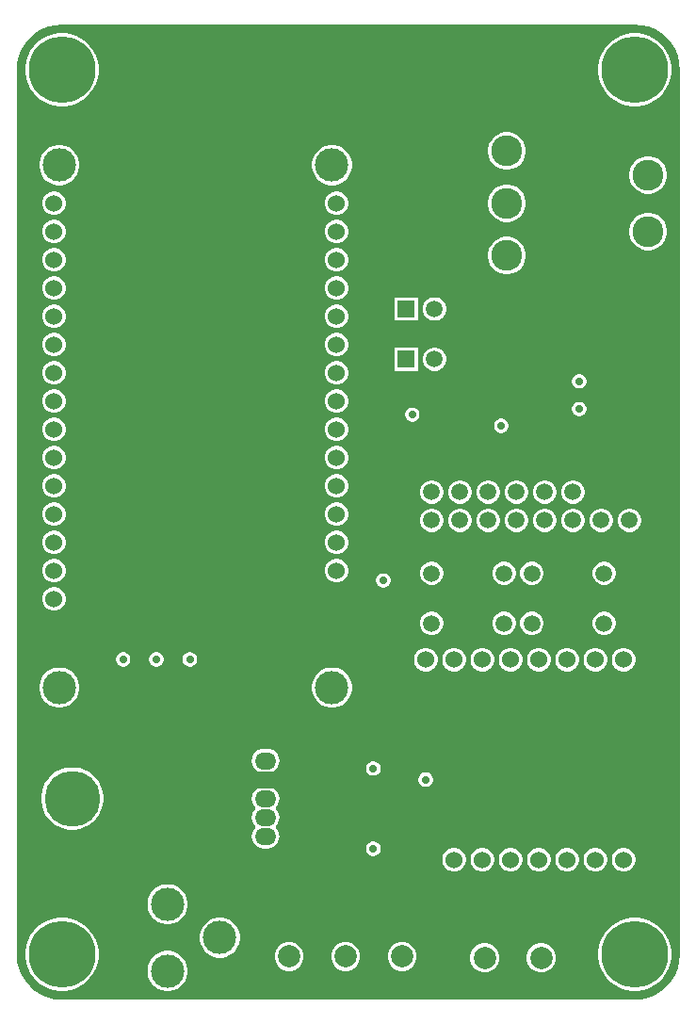
<source format=gbr>
%TF.GenerationSoftware,Altium Limited,Altium Designer,25.2.1 (25)*%
G04 Layer_Physical_Order=3*
G04 Layer_Color=16440176*
%FSLAX43Y43*%
%MOMM*%
%TF.SameCoordinates,B664DB7D-B6DB-4AC9-9DB7-209C64ECDA10*%
%TF.FilePolarity,Positive*%
%TF.FileFunction,Copper,L3,Inr,Signal*%
%TF.Part,Single*%
G01*
G75*
%TA.AperFunction,ComponentPad*%
%ADD15C,1.500*%
%ADD16R,1.500X1.500*%
%ADD17C,3.000*%
%ADD18C,1.524*%
%ADD19C,2.775*%
%ADD20C,2.000*%
%ADD21C,5.000*%
%ADD22O,1.900X1.550*%
%ADD23O,2.000X1.580*%
%ADD24C,6.000*%
%TA.AperFunction,ViaPad*%
%ADD25C,0.700*%
G36*
X56637Y88023D02*
X57259Y87874D01*
X57849Y87629D01*
X58394Y87295D01*
X58880Y86880D01*
X59295Y86394D01*
X59629Y85849D01*
X59874Y85259D01*
X60023Y84637D01*
X60071Y84030D01*
X60065Y84000D01*
Y4500D01*
X60071Y4470D01*
X60023Y3863D01*
X59874Y3241D01*
X59629Y2651D01*
X59295Y2106D01*
X58880Y1620D01*
X58394Y1205D01*
X57849Y871D01*
X57259Y626D01*
X56637Y477D01*
X56030Y429D01*
X56000Y435D01*
X4500D01*
X4470Y429D01*
X3863Y477D01*
X3241Y626D01*
X2651Y871D01*
X2106Y1205D01*
X1620Y1620D01*
X1205Y2106D01*
X871Y2651D01*
X626Y3241D01*
X477Y3863D01*
X429Y4470D01*
X435Y4500D01*
Y84000D01*
X429Y84030D01*
X477Y84637D01*
X626Y85259D01*
X871Y85849D01*
X1205Y86394D01*
X1620Y86880D01*
X2106Y87295D01*
X2651Y87629D01*
X3241Y87874D01*
X3863Y88023D01*
X4470Y88071D01*
X4500Y88065D01*
X56000D01*
X56030Y88071D01*
X56637Y88023D01*
D02*
G37*
%LPC*%
G36*
X56260Y87300D02*
X55740D01*
X55227Y87219D01*
X54733Y87058D01*
X54270Y86822D01*
X53850Y86517D01*
X53483Y86150D01*
X53178Y85730D01*
X52942Y85267D01*
X52781Y84773D01*
X52700Y84260D01*
Y83740D01*
X52781Y83227D01*
X52942Y82733D01*
X53178Y82270D01*
X53483Y81850D01*
X53850Y81483D01*
X54270Y81178D01*
X54733Y80942D01*
X55227Y80781D01*
X55740Y80700D01*
X56260D01*
X56773Y80781D01*
X57267Y80942D01*
X57730Y81178D01*
X58150Y81483D01*
X58517Y81850D01*
X58822Y82270D01*
X59058Y82733D01*
X59219Y83227D01*
X59300Y83740D01*
Y84260D01*
X59219Y84773D01*
X59058Y85267D01*
X58822Y85730D01*
X58517Y86150D01*
X58150Y86517D01*
X57730Y86822D01*
X57267Y87058D01*
X56773Y87219D01*
X56260Y87300D01*
D02*
G37*
G36*
X4760D02*
X4240D01*
X3727Y87219D01*
X3233Y87058D01*
X2770Y86822D01*
X2350Y86517D01*
X1983Y86150D01*
X1678Y85730D01*
X1442Y85267D01*
X1281Y84773D01*
X1200Y84260D01*
Y83740D01*
X1281Y83227D01*
X1442Y82733D01*
X1678Y82270D01*
X1983Y81850D01*
X2350Y81483D01*
X2770Y81178D01*
X3233Y80942D01*
X3727Y80781D01*
X4240Y80700D01*
X4760D01*
X5273Y80781D01*
X5767Y80942D01*
X6230Y81178D01*
X6650Y81483D01*
X7017Y81850D01*
X7322Y82270D01*
X7558Y82733D01*
X7719Y83227D01*
X7800Y83740D01*
Y84260D01*
X7719Y84773D01*
X7558Y85267D01*
X7322Y85730D01*
X7017Y86150D01*
X6650Y86517D01*
X6230Y86822D01*
X5767Y87058D01*
X5273Y87219D01*
X4760Y87300D01*
D02*
G37*
G36*
X44666Y78387D02*
X44334D01*
X44008Y78323D01*
X43701Y78195D01*
X43424Y78011D01*
X43189Y77776D01*
X43005Y77499D01*
X42877Y77192D01*
X42812Y76866D01*
Y76534D01*
X42877Y76208D01*
X43005Y75901D01*
X43189Y75624D01*
X43424Y75389D01*
X43701Y75205D01*
X44008Y75077D01*
X44334Y75012D01*
X44666D01*
X44992Y75077D01*
X45299Y75205D01*
X45576Y75389D01*
X45811Y75624D01*
X45995Y75901D01*
X46123Y76208D01*
X46188Y76534D01*
Y76866D01*
X46123Y77192D01*
X45995Y77499D01*
X45811Y77776D01*
X45576Y78011D01*
X45299Y78195D01*
X44992Y78323D01*
X44666Y78387D01*
D02*
G37*
G36*
X28957Y77230D02*
X28603D01*
X28255Y77161D01*
X27927Y77025D01*
X27633Y76828D01*
X27382Y76577D01*
X27185Y76283D01*
X27049Y75955D01*
X26980Y75607D01*
Y75253D01*
X27049Y74905D01*
X27185Y74577D01*
X27382Y74283D01*
X27633Y74032D01*
X27927Y73835D01*
X28255Y73699D01*
X28603Y73630D01*
X28957D01*
X29305Y73699D01*
X29633Y73835D01*
X29927Y74032D01*
X30178Y74283D01*
X30375Y74577D01*
X30511Y74905D01*
X30580Y75253D01*
Y75607D01*
X30511Y75955D01*
X30375Y76283D01*
X30178Y76577D01*
X29927Y76828D01*
X29633Y77025D01*
X29305Y77161D01*
X28957Y77230D01*
D02*
G37*
G36*
X4447D02*
X4093D01*
X3745Y77161D01*
X3417Y77025D01*
X3123Y76828D01*
X2872Y76577D01*
X2675Y76283D01*
X2539Y75955D01*
X2470Y75607D01*
Y75253D01*
X2539Y74905D01*
X2675Y74577D01*
X2872Y74283D01*
X3123Y74032D01*
X3417Y73835D01*
X3745Y73699D01*
X4093Y73630D01*
X4447D01*
X4795Y73699D01*
X5123Y73835D01*
X5417Y74032D01*
X5668Y74283D01*
X5865Y74577D01*
X6001Y74905D01*
X6070Y75253D01*
Y75607D01*
X6001Y75955D01*
X5865Y76283D01*
X5668Y76577D01*
X5417Y76828D01*
X5123Y77025D01*
X4795Y77161D01*
X4447Y77230D01*
D02*
G37*
G36*
X57366Y76228D02*
X57034D01*
X56708Y76163D01*
X56401Y76035D01*
X56124Y75851D01*
X55889Y75616D01*
X55705Y75339D01*
X55577Y75032D01*
X55513Y74706D01*
Y74374D01*
X55577Y74048D01*
X55705Y73741D01*
X55889Y73464D01*
X56124Y73229D01*
X56401Y73045D01*
X56708Y72917D01*
X57034Y72853D01*
X57366D01*
X57692Y72917D01*
X57999Y73045D01*
X58276Y73229D01*
X58511Y73464D01*
X58695Y73741D01*
X58823Y74048D01*
X58888Y74374D01*
Y74706D01*
X58823Y75032D01*
X58695Y75339D01*
X58511Y75616D01*
X58276Y75851D01*
X57999Y76035D01*
X57692Y76163D01*
X57366Y76228D01*
D02*
G37*
G36*
X29340Y73062D02*
X29060D01*
X28790Y72990D01*
X28548Y72850D01*
X28350Y72652D01*
X28210Y72410D01*
X28138Y72140D01*
Y71860D01*
X28210Y71590D01*
X28350Y71348D01*
X28548Y71150D01*
X28790Y71010D01*
X29060Y70938D01*
X29340D01*
X29610Y71010D01*
X29852Y71150D01*
X30050Y71348D01*
X30190Y71590D01*
X30262Y71860D01*
Y72140D01*
X30190Y72410D01*
X30050Y72652D01*
X29852Y72850D01*
X29610Y72990D01*
X29340Y73062D01*
D02*
G37*
G36*
X3940D02*
X3660D01*
X3390Y72990D01*
X3148Y72850D01*
X2950Y72652D01*
X2810Y72410D01*
X2738Y72140D01*
Y71860D01*
X2810Y71590D01*
X2950Y71348D01*
X3148Y71150D01*
X3390Y71010D01*
X3660Y70938D01*
X3940D01*
X4210Y71010D01*
X4452Y71150D01*
X4650Y71348D01*
X4790Y71590D01*
X4862Y71860D01*
Y72140D01*
X4790Y72410D01*
X4650Y72652D01*
X4452Y72850D01*
X4210Y72990D01*
X3940Y73062D01*
D02*
G37*
G36*
X44666Y73688D02*
X44334D01*
X44008Y73623D01*
X43701Y73495D01*
X43424Y73311D01*
X43189Y73076D01*
X43005Y72799D01*
X42877Y72492D01*
X42812Y72166D01*
Y71834D01*
X42877Y71508D01*
X43005Y71201D01*
X43189Y70924D01*
X43424Y70689D01*
X43701Y70505D01*
X44008Y70377D01*
X44334Y70312D01*
X44666D01*
X44992Y70377D01*
X45299Y70505D01*
X45576Y70689D01*
X45811Y70924D01*
X45995Y71201D01*
X46123Y71508D01*
X46188Y71834D01*
Y72166D01*
X46123Y72492D01*
X45995Y72799D01*
X45811Y73076D01*
X45576Y73311D01*
X45299Y73495D01*
X44992Y73623D01*
X44666Y73688D01*
D02*
G37*
G36*
X29340Y70522D02*
X29060D01*
X28790Y70450D01*
X28548Y70310D01*
X28350Y70112D01*
X28210Y69870D01*
X28138Y69600D01*
Y69320D01*
X28210Y69050D01*
X28350Y68808D01*
X28548Y68610D01*
X28790Y68470D01*
X29060Y68398D01*
X29340D01*
X29610Y68470D01*
X29852Y68610D01*
X30050Y68808D01*
X30190Y69050D01*
X30262Y69320D01*
Y69600D01*
X30190Y69870D01*
X30050Y70112D01*
X29852Y70310D01*
X29610Y70450D01*
X29340Y70522D01*
D02*
G37*
G36*
X3940D02*
X3660D01*
X3390Y70450D01*
X3148Y70310D01*
X2950Y70112D01*
X2810Y69870D01*
X2738Y69600D01*
Y69320D01*
X2810Y69050D01*
X2950Y68808D01*
X3148Y68610D01*
X3390Y68470D01*
X3660Y68398D01*
X3940D01*
X4210Y68470D01*
X4452Y68610D01*
X4650Y68808D01*
X4790Y69050D01*
X4862Y69320D01*
Y69600D01*
X4790Y69870D01*
X4650Y70112D01*
X4452Y70310D01*
X4210Y70450D01*
X3940Y70522D01*
D02*
G37*
G36*
X57366Y71147D02*
X57034D01*
X56708Y71083D01*
X56401Y70955D01*
X56124Y70771D01*
X55889Y70536D01*
X55705Y70259D01*
X55577Y69952D01*
X55513Y69626D01*
Y69294D01*
X55577Y68968D01*
X55705Y68661D01*
X55889Y68384D01*
X56124Y68149D01*
X56401Y67965D01*
X56708Y67837D01*
X57034Y67772D01*
X57366D01*
X57692Y67837D01*
X57999Y67965D01*
X58276Y68149D01*
X58511Y68384D01*
X58695Y68661D01*
X58823Y68968D01*
X58888Y69294D01*
Y69626D01*
X58823Y69952D01*
X58695Y70259D01*
X58511Y70536D01*
X58276Y70771D01*
X57999Y70955D01*
X57692Y71083D01*
X57366Y71147D01*
D02*
G37*
G36*
X29340Y67982D02*
X29060D01*
X28790Y67910D01*
X28548Y67770D01*
X28350Y67572D01*
X28210Y67330D01*
X28138Y67060D01*
Y66780D01*
X28210Y66510D01*
X28350Y66268D01*
X28548Y66070D01*
X28790Y65930D01*
X29060Y65858D01*
X29340D01*
X29610Y65930D01*
X29852Y66070D01*
X30050Y66268D01*
X30190Y66510D01*
X30262Y66780D01*
Y67060D01*
X30190Y67330D01*
X30050Y67572D01*
X29852Y67770D01*
X29610Y67910D01*
X29340Y67982D01*
D02*
G37*
G36*
X3940D02*
X3660D01*
X3390Y67910D01*
X3148Y67770D01*
X2950Y67572D01*
X2810Y67330D01*
X2738Y67060D01*
Y66780D01*
X2810Y66510D01*
X2950Y66268D01*
X3148Y66070D01*
X3390Y65930D01*
X3660Y65858D01*
X3940D01*
X4210Y65930D01*
X4452Y66070D01*
X4650Y66268D01*
X4790Y66510D01*
X4862Y66780D01*
Y67060D01*
X4790Y67330D01*
X4650Y67572D01*
X4452Y67770D01*
X4210Y67910D01*
X3940Y67982D01*
D02*
G37*
G36*
X44666Y68988D02*
X44334D01*
X44008Y68923D01*
X43701Y68795D01*
X43424Y68611D01*
X43189Y68376D01*
X43005Y68099D01*
X42877Y67792D01*
X42812Y67466D01*
Y67134D01*
X42877Y66808D01*
X43005Y66501D01*
X43189Y66224D01*
X43424Y65989D01*
X43701Y65805D01*
X44008Y65677D01*
X44334Y65613D01*
X44666D01*
X44992Y65677D01*
X45299Y65805D01*
X45576Y65989D01*
X45811Y66224D01*
X45995Y66501D01*
X46123Y66808D01*
X46188Y67134D01*
Y67466D01*
X46123Y67792D01*
X45995Y68099D01*
X45811Y68376D01*
X45576Y68611D01*
X45299Y68795D01*
X44992Y68923D01*
X44666Y68988D01*
D02*
G37*
G36*
X29340Y65442D02*
X29060D01*
X28790Y65370D01*
X28548Y65230D01*
X28350Y65032D01*
X28210Y64790D01*
X28138Y64520D01*
Y64240D01*
X28210Y63970D01*
X28350Y63728D01*
X28548Y63530D01*
X28790Y63390D01*
X29060Y63318D01*
X29340D01*
X29610Y63390D01*
X29852Y63530D01*
X30050Y63728D01*
X30190Y63970D01*
X30262Y64240D01*
Y64520D01*
X30190Y64790D01*
X30050Y65032D01*
X29852Y65230D01*
X29610Y65370D01*
X29340Y65442D01*
D02*
G37*
G36*
X3940D02*
X3660D01*
X3390Y65370D01*
X3148Y65230D01*
X2950Y65032D01*
X2810Y64790D01*
X2738Y64520D01*
Y64240D01*
X2810Y63970D01*
X2950Y63728D01*
X3148Y63530D01*
X3390Y63390D01*
X3660Y63318D01*
X3940D01*
X4210Y63390D01*
X4452Y63530D01*
X4650Y63728D01*
X4790Y63970D01*
X4862Y64240D01*
Y64520D01*
X4790Y64790D01*
X4650Y65032D01*
X4452Y65230D01*
X4210Y65370D01*
X3940Y65442D01*
D02*
G37*
G36*
X38138Y63550D02*
X37862D01*
X37595Y63478D01*
X37355Y63340D01*
X37160Y63145D01*
X37022Y62905D01*
X36950Y62638D01*
Y62362D01*
X37022Y62095D01*
X37160Y61855D01*
X37355Y61660D01*
X37595Y61522D01*
X37862Y61450D01*
X38138D01*
X38405Y61522D01*
X38645Y61660D01*
X38840Y61855D01*
X38978Y62095D01*
X39050Y62362D01*
Y62638D01*
X38978Y62905D01*
X38840Y63145D01*
X38645Y63340D01*
X38405Y63478D01*
X38138Y63550D01*
D02*
G37*
G36*
X36510D02*
X34410D01*
Y61450D01*
X36510D01*
Y63550D01*
D02*
G37*
G36*
X29340Y62902D02*
X29060D01*
X28790Y62830D01*
X28548Y62690D01*
X28350Y62492D01*
X28210Y62250D01*
X28138Y61980D01*
Y61700D01*
X28210Y61430D01*
X28350Y61188D01*
X28548Y60990D01*
X28790Y60850D01*
X29060Y60778D01*
X29340D01*
X29610Y60850D01*
X29852Y60990D01*
X30050Y61188D01*
X30190Y61430D01*
X30262Y61700D01*
Y61980D01*
X30190Y62250D01*
X30050Y62492D01*
X29852Y62690D01*
X29610Y62830D01*
X29340Y62902D01*
D02*
G37*
G36*
X3940D02*
X3660D01*
X3390Y62830D01*
X3148Y62690D01*
X2950Y62492D01*
X2810Y62250D01*
X2738Y61980D01*
Y61700D01*
X2810Y61430D01*
X2950Y61188D01*
X3148Y60990D01*
X3390Y60850D01*
X3660Y60778D01*
X3940D01*
X4210Y60850D01*
X4452Y60990D01*
X4650Y61188D01*
X4790Y61430D01*
X4862Y61700D01*
Y61980D01*
X4790Y62250D01*
X4650Y62492D01*
X4452Y62690D01*
X4210Y62830D01*
X3940Y62902D01*
D02*
G37*
G36*
X29340Y60362D02*
X29060D01*
X28790Y60290D01*
X28548Y60150D01*
X28350Y59952D01*
X28210Y59710D01*
X28138Y59440D01*
Y59160D01*
X28210Y58890D01*
X28350Y58648D01*
X28548Y58450D01*
X28790Y58310D01*
X29060Y58238D01*
X29340D01*
X29610Y58310D01*
X29852Y58450D01*
X30050Y58648D01*
X30190Y58890D01*
X30262Y59160D01*
Y59440D01*
X30190Y59710D01*
X30050Y59952D01*
X29852Y60150D01*
X29610Y60290D01*
X29340Y60362D01*
D02*
G37*
G36*
X3940D02*
X3660D01*
X3390Y60290D01*
X3148Y60150D01*
X2950Y59952D01*
X2810Y59710D01*
X2738Y59440D01*
Y59160D01*
X2810Y58890D01*
X2950Y58648D01*
X3148Y58450D01*
X3390Y58310D01*
X3660Y58238D01*
X3940D01*
X4210Y58310D01*
X4452Y58450D01*
X4650Y58648D01*
X4790Y58890D01*
X4862Y59160D01*
Y59440D01*
X4790Y59710D01*
X4650Y59952D01*
X4452Y60150D01*
X4210Y60290D01*
X3940Y60362D01*
D02*
G37*
G36*
X38138Y59050D02*
X37862D01*
X37595Y58978D01*
X37355Y58840D01*
X37160Y58645D01*
X37022Y58405D01*
X36950Y58138D01*
Y57862D01*
X37022Y57595D01*
X37160Y57355D01*
X37355Y57160D01*
X37595Y57022D01*
X37862Y56950D01*
X38138D01*
X38405Y57022D01*
X38645Y57160D01*
X38840Y57355D01*
X38978Y57595D01*
X39050Y57862D01*
Y58138D01*
X38978Y58405D01*
X38840Y58645D01*
X38645Y58840D01*
X38405Y58978D01*
X38138Y59050D01*
D02*
G37*
G36*
X36510D02*
X34410D01*
Y56950D01*
X36510D01*
Y59050D01*
D02*
G37*
G36*
X29340Y57822D02*
X29060D01*
X28790Y57750D01*
X28548Y57610D01*
X28350Y57412D01*
X28210Y57170D01*
X28138Y56900D01*
Y56620D01*
X28210Y56350D01*
X28350Y56108D01*
X28548Y55910D01*
X28790Y55770D01*
X29060Y55698D01*
X29340D01*
X29610Y55770D01*
X29852Y55910D01*
X30050Y56108D01*
X30190Y56350D01*
X30262Y56620D01*
Y56900D01*
X30190Y57170D01*
X30050Y57412D01*
X29852Y57610D01*
X29610Y57750D01*
X29340Y57822D01*
D02*
G37*
G36*
X3940D02*
X3660D01*
X3390Y57750D01*
X3148Y57610D01*
X2950Y57412D01*
X2810Y57170D01*
X2738Y56900D01*
Y56620D01*
X2810Y56350D01*
X2950Y56108D01*
X3148Y55910D01*
X3390Y55770D01*
X3660Y55698D01*
X3940D01*
X4210Y55770D01*
X4452Y55910D01*
X4650Y56108D01*
X4790Y56350D01*
X4862Y56620D01*
Y56900D01*
X4790Y57170D01*
X4650Y57412D01*
X4452Y57610D01*
X4210Y57750D01*
X3940Y57822D01*
D02*
G37*
G36*
X51086Y56650D02*
X50914D01*
X50749Y56606D01*
X50601Y56520D01*
X50480Y56399D01*
X50394Y56251D01*
X50350Y56086D01*
Y55914D01*
X50394Y55749D01*
X50480Y55601D01*
X50601Y55480D01*
X50749Y55394D01*
X50914Y55350D01*
X51086D01*
X51251Y55394D01*
X51399Y55480D01*
X51520Y55601D01*
X51606Y55749D01*
X51650Y55914D01*
Y56086D01*
X51606Y56251D01*
X51520Y56399D01*
X51399Y56520D01*
X51251Y56606D01*
X51086Y56650D01*
D02*
G37*
G36*
X29340Y55282D02*
X29060D01*
X28790Y55210D01*
X28548Y55070D01*
X28350Y54872D01*
X28210Y54630D01*
X28138Y54360D01*
Y54080D01*
X28210Y53810D01*
X28350Y53568D01*
X28548Y53370D01*
X28790Y53230D01*
X29060Y53158D01*
X29340D01*
X29610Y53230D01*
X29852Y53370D01*
X30050Y53568D01*
X30190Y53810D01*
X30262Y54080D01*
Y54360D01*
X30190Y54630D01*
X30050Y54872D01*
X29852Y55070D01*
X29610Y55210D01*
X29340Y55282D01*
D02*
G37*
G36*
X3940D02*
X3660D01*
X3390Y55210D01*
X3148Y55070D01*
X2950Y54872D01*
X2810Y54630D01*
X2738Y54360D01*
Y54080D01*
X2810Y53810D01*
X2950Y53568D01*
X3148Y53370D01*
X3390Y53230D01*
X3660Y53158D01*
X3940D01*
X4210Y53230D01*
X4452Y53370D01*
X4650Y53568D01*
X4790Y53810D01*
X4862Y54080D01*
Y54360D01*
X4790Y54630D01*
X4650Y54872D01*
X4452Y55070D01*
X4210Y55210D01*
X3940Y55282D01*
D02*
G37*
G36*
X51086Y54150D02*
X50914D01*
X50749Y54106D01*
X50601Y54020D01*
X50480Y53899D01*
X50394Y53751D01*
X50350Y53586D01*
Y53414D01*
X50394Y53249D01*
X50480Y53101D01*
X50601Y52980D01*
X50749Y52894D01*
X50914Y52850D01*
X51086D01*
X51251Y52894D01*
X51399Y52980D01*
X51520Y53101D01*
X51606Y53249D01*
X51650Y53414D01*
Y53586D01*
X51606Y53751D01*
X51520Y53899D01*
X51399Y54020D01*
X51251Y54106D01*
X51086Y54150D01*
D02*
G37*
G36*
X36086Y53650D02*
X35914D01*
X35749Y53606D01*
X35601Y53520D01*
X35480Y53399D01*
X35394Y53251D01*
X35350Y53086D01*
Y52914D01*
X35394Y52749D01*
X35480Y52601D01*
X35601Y52480D01*
X35749Y52394D01*
X35914Y52350D01*
X36086D01*
X36251Y52394D01*
X36399Y52480D01*
X36520Y52601D01*
X36606Y52749D01*
X36650Y52914D01*
Y53086D01*
X36606Y53251D01*
X36520Y53399D01*
X36399Y53520D01*
X36251Y53606D01*
X36086Y53650D01*
D02*
G37*
G36*
X44086Y52650D02*
X43914D01*
X43749Y52606D01*
X43601Y52520D01*
X43480Y52399D01*
X43394Y52251D01*
X43350Y52086D01*
Y51914D01*
X43394Y51749D01*
X43480Y51601D01*
X43601Y51480D01*
X43749Y51394D01*
X43914Y51350D01*
X44086D01*
X44251Y51394D01*
X44399Y51480D01*
X44520Y51601D01*
X44606Y51749D01*
X44650Y51914D01*
Y52086D01*
X44606Y52251D01*
X44520Y52399D01*
X44399Y52520D01*
X44251Y52606D01*
X44086Y52650D01*
D02*
G37*
G36*
X29340Y52742D02*
X29060D01*
X28790Y52670D01*
X28548Y52530D01*
X28350Y52332D01*
X28210Y52090D01*
X28138Y51820D01*
Y51540D01*
X28210Y51270D01*
X28350Y51028D01*
X28548Y50830D01*
X28790Y50690D01*
X29060Y50618D01*
X29340D01*
X29610Y50690D01*
X29852Y50830D01*
X30050Y51028D01*
X30190Y51270D01*
X30262Y51540D01*
Y51820D01*
X30190Y52090D01*
X30050Y52332D01*
X29852Y52530D01*
X29610Y52670D01*
X29340Y52742D01*
D02*
G37*
G36*
X3940D02*
X3660D01*
X3390Y52670D01*
X3148Y52530D01*
X2950Y52332D01*
X2810Y52090D01*
X2738Y51820D01*
Y51540D01*
X2810Y51270D01*
X2950Y51028D01*
X3148Y50830D01*
X3390Y50690D01*
X3660Y50618D01*
X3940D01*
X4210Y50690D01*
X4452Y50830D01*
X4650Y51028D01*
X4790Y51270D01*
X4862Y51540D01*
Y51820D01*
X4790Y52090D01*
X4650Y52332D01*
X4452Y52530D01*
X4210Y52670D01*
X3940Y52742D01*
D02*
G37*
G36*
X29340Y50202D02*
X29060D01*
X28790Y50130D01*
X28548Y49990D01*
X28350Y49792D01*
X28210Y49550D01*
X28138Y49280D01*
Y49000D01*
X28210Y48730D01*
X28350Y48488D01*
X28548Y48290D01*
X28790Y48150D01*
X29060Y48078D01*
X29340D01*
X29610Y48150D01*
X29852Y48290D01*
X30050Y48488D01*
X30190Y48730D01*
X30262Y49000D01*
Y49280D01*
X30190Y49550D01*
X30050Y49792D01*
X29852Y49990D01*
X29610Y50130D01*
X29340Y50202D01*
D02*
G37*
G36*
X3940D02*
X3660D01*
X3390Y50130D01*
X3148Y49990D01*
X2950Y49792D01*
X2810Y49550D01*
X2738Y49280D01*
Y49000D01*
X2810Y48730D01*
X2950Y48488D01*
X3148Y48290D01*
X3390Y48150D01*
X3660Y48078D01*
X3940D01*
X4210Y48150D01*
X4452Y48290D01*
X4650Y48488D01*
X4790Y48730D01*
X4862Y49000D01*
Y49280D01*
X4790Y49550D01*
X4650Y49792D01*
X4452Y49990D01*
X4210Y50130D01*
X3940Y50202D01*
D02*
G37*
G36*
X29340Y47662D02*
X29060D01*
X28790Y47590D01*
X28548Y47450D01*
X28350Y47252D01*
X28210Y47010D01*
X28138Y46740D01*
Y46460D01*
X28210Y46190D01*
X28350Y45948D01*
X28548Y45750D01*
X28790Y45610D01*
X29060Y45538D01*
X29340D01*
X29610Y45610D01*
X29852Y45750D01*
X30050Y45948D01*
X30190Y46190D01*
X30262Y46460D01*
Y46740D01*
X30190Y47010D01*
X30050Y47252D01*
X29852Y47450D01*
X29610Y47590D01*
X29340Y47662D01*
D02*
G37*
G36*
X3940D02*
X3660D01*
X3390Y47590D01*
X3148Y47450D01*
X2950Y47252D01*
X2810Y47010D01*
X2738Y46740D01*
Y46460D01*
X2810Y46190D01*
X2950Y45948D01*
X3148Y45750D01*
X3390Y45610D01*
X3660Y45538D01*
X3940D01*
X4210Y45610D01*
X4452Y45750D01*
X4650Y45948D01*
X4790Y46190D01*
X4862Y46460D01*
Y46740D01*
X4790Y47010D01*
X4650Y47252D01*
X4452Y47450D01*
X4210Y47590D01*
X3940Y47662D01*
D02*
G37*
G36*
X45508Y47090D02*
X45232D01*
X44965Y47019D01*
X44725Y46880D01*
X44530Y46685D01*
X44392Y46445D01*
X44320Y46178D01*
Y45902D01*
X44392Y45635D01*
X44530Y45395D01*
X44725Y45200D01*
X44965Y45062D01*
X45232Y44990D01*
X45508D01*
X45775Y45062D01*
X46015Y45200D01*
X46210Y45395D01*
X46348Y45635D01*
X46420Y45902D01*
Y46178D01*
X46348Y46445D01*
X46210Y46685D01*
X46015Y46880D01*
X45775Y47019D01*
X45508Y47090D01*
D02*
G37*
G36*
X48048Y47090D02*
X47772D01*
X47505Y47018D01*
X47265Y46880D01*
X47070Y46685D01*
X46932Y46445D01*
X46860Y46178D01*
Y45902D01*
X46932Y45635D01*
X47070Y45395D01*
X47265Y45200D01*
X47505Y45062D01*
X47772Y44990D01*
X48048D01*
X48315Y45062D01*
X48555Y45200D01*
X48750Y45395D01*
X48888Y45635D01*
X48960Y45902D01*
Y46178D01*
X48888Y46445D01*
X48750Y46685D01*
X48555Y46880D01*
X48315Y47018D01*
X48048Y47090D01*
D02*
G37*
G36*
X42968D02*
X42692D01*
X42425Y47018D01*
X42185Y46880D01*
X41990Y46685D01*
X41852Y46445D01*
X41780Y46178D01*
Y45902D01*
X41852Y45635D01*
X41990Y45395D01*
X42185Y45200D01*
X42425Y45062D01*
X42692Y44990D01*
X42968D01*
X43235Y45062D01*
X43475Y45200D01*
X43670Y45395D01*
X43808Y45635D01*
X43880Y45902D01*
Y46178D01*
X43808Y46445D01*
X43670Y46685D01*
X43475Y46880D01*
X43235Y47018D01*
X42968Y47090D01*
D02*
G37*
G36*
X40428D02*
X40152D01*
X39885Y47018D01*
X39645Y46880D01*
X39450Y46685D01*
X39312Y46445D01*
X39240Y46178D01*
Y45902D01*
X39312Y45635D01*
X39450Y45395D01*
X39645Y45200D01*
X39885Y45062D01*
X40152Y44990D01*
X40428D01*
X40695Y45062D01*
X40935Y45200D01*
X41130Y45395D01*
X41268Y45635D01*
X41340Y45902D01*
Y46178D01*
X41268Y46445D01*
X41130Y46685D01*
X40935Y46880D01*
X40695Y47018D01*
X40428Y47090D01*
D02*
G37*
G36*
X37888D02*
X37612D01*
X37345Y47018D01*
X37105Y46880D01*
X36910Y46685D01*
X36772Y46445D01*
X36700Y46178D01*
Y45902D01*
X36772Y45635D01*
X36910Y45395D01*
X37105Y45200D01*
X37345Y45062D01*
X37612Y44990D01*
X37888D01*
X38155Y45062D01*
X38395Y45200D01*
X38590Y45395D01*
X38728Y45635D01*
X38800Y45902D01*
Y46178D01*
X38728Y46445D01*
X38590Y46685D01*
X38395Y46880D01*
X38155Y47018D01*
X37888Y47090D01*
D02*
G37*
G36*
X50588Y47090D02*
X50312D01*
X50045Y47018D01*
X49805Y46880D01*
X49610Y46685D01*
X49472Y46445D01*
X49400Y46178D01*
Y45902D01*
X49472Y45635D01*
X49610Y45395D01*
X49805Y45200D01*
X50045Y45061D01*
X50312Y44990D01*
X50588D01*
X50855Y45061D01*
X51095Y45200D01*
X51290Y45395D01*
X51428Y45635D01*
X51500Y45902D01*
Y46178D01*
X51428Y46445D01*
X51290Y46685D01*
X51095Y46880D01*
X50855Y47018D01*
X50588Y47090D01*
D02*
G37*
G36*
X29340Y45122D02*
X29060D01*
X28790Y45050D01*
X28548Y44910D01*
X28350Y44712D01*
X28210Y44470D01*
X28138Y44200D01*
Y43920D01*
X28210Y43650D01*
X28350Y43408D01*
X28548Y43210D01*
X28790Y43070D01*
X29060Y42998D01*
X29340D01*
X29610Y43070D01*
X29852Y43210D01*
X30050Y43408D01*
X30190Y43650D01*
X30262Y43920D01*
Y44200D01*
X30190Y44470D01*
X30050Y44712D01*
X29852Y44910D01*
X29610Y45050D01*
X29340Y45122D01*
D02*
G37*
G36*
X3940D02*
X3660D01*
X3390Y45050D01*
X3148Y44910D01*
X2950Y44712D01*
X2810Y44470D01*
X2738Y44200D01*
Y43920D01*
X2810Y43650D01*
X2950Y43408D01*
X3148Y43210D01*
X3390Y43070D01*
X3660Y42998D01*
X3940D01*
X4210Y43070D01*
X4452Y43210D01*
X4650Y43408D01*
X4790Y43650D01*
X4862Y43920D01*
Y44200D01*
X4790Y44470D01*
X4650Y44712D01*
X4452Y44910D01*
X4210Y45050D01*
X3940Y45122D01*
D02*
G37*
G36*
X50588Y44550D02*
X50312D01*
X50045Y44478D01*
X49805Y44340D01*
X49610Y44145D01*
X49472Y43905D01*
X49400Y43638D01*
Y43362D01*
X49472Y43095D01*
X49610Y42855D01*
X49805Y42660D01*
X50045Y42522D01*
X50312Y42450D01*
X50588D01*
X50855Y42522D01*
X51095Y42660D01*
X51290Y42855D01*
X51428Y43095D01*
X51500Y43362D01*
Y43638D01*
X51428Y43905D01*
X51290Y44145D01*
X51095Y44340D01*
X50855Y44478D01*
X50588Y44550D01*
D02*
G37*
G36*
X48048D02*
X47772D01*
X47505Y44478D01*
X47265Y44340D01*
X47070Y44145D01*
X46932Y43905D01*
X46860Y43638D01*
Y43362D01*
X46932Y43095D01*
X47070Y42855D01*
X47265Y42660D01*
X47505Y42522D01*
X47772Y42450D01*
X48048D01*
X48315Y42522D01*
X48555Y42660D01*
X48750Y42855D01*
X48888Y43095D01*
X48960Y43362D01*
Y43638D01*
X48888Y43905D01*
X48750Y44145D01*
X48555Y44340D01*
X48315Y44478D01*
X48048Y44550D01*
D02*
G37*
G36*
X45508D02*
X45232D01*
X44965Y44478D01*
X44725Y44340D01*
X44530Y44145D01*
X44392Y43905D01*
X44320Y43638D01*
Y43362D01*
X44392Y43095D01*
X44530Y42855D01*
X44725Y42660D01*
X44965Y42522D01*
X45232Y42450D01*
X45508D01*
X45775Y42522D01*
X46015Y42660D01*
X46210Y42855D01*
X46348Y43095D01*
X46420Y43362D01*
Y43638D01*
X46348Y43905D01*
X46210Y44145D01*
X46015Y44340D01*
X45775Y44478D01*
X45508Y44550D01*
D02*
G37*
G36*
X42968D02*
X42692D01*
X42425Y44478D01*
X42185Y44340D01*
X41990Y44145D01*
X41852Y43905D01*
X41780Y43638D01*
Y43362D01*
X41852Y43095D01*
X41990Y42855D01*
X42185Y42660D01*
X42425Y42522D01*
X42692Y42450D01*
X42968D01*
X43235Y42522D01*
X43475Y42660D01*
X43670Y42855D01*
X43808Y43095D01*
X43880Y43362D01*
Y43638D01*
X43808Y43905D01*
X43670Y44145D01*
X43475Y44340D01*
X43235Y44478D01*
X42968Y44550D01*
D02*
G37*
G36*
X40428D02*
X40152D01*
X39885Y44478D01*
X39645Y44340D01*
X39450Y44145D01*
X39312Y43905D01*
X39240Y43638D01*
Y43362D01*
X39312Y43095D01*
X39450Y42855D01*
X39645Y42660D01*
X39885Y42522D01*
X40152Y42450D01*
X40428D01*
X40695Y42522D01*
X40935Y42660D01*
X41130Y42855D01*
X41268Y43095D01*
X41340Y43362D01*
Y43638D01*
X41268Y43905D01*
X41130Y44145D01*
X40935Y44340D01*
X40695Y44478D01*
X40428Y44550D01*
D02*
G37*
G36*
X37888D02*
X37612D01*
X37345Y44478D01*
X37105Y44340D01*
X36910Y44145D01*
X36772Y43905D01*
X36700Y43638D01*
Y43362D01*
X36772Y43095D01*
X36910Y42855D01*
X37105Y42660D01*
X37345Y42522D01*
X37612Y42450D01*
X37888D01*
X38155Y42522D01*
X38395Y42660D01*
X38590Y42855D01*
X38728Y43095D01*
X38800Y43362D01*
Y43638D01*
X38728Y43905D01*
X38590Y44145D01*
X38395Y44340D01*
X38155Y44478D01*
X37888Y44550D01*
D02*
G37*
G36*
X55668Y44550D02*
X55392D01*
X55125Y44478D01*
X54885Y44340D01*
X54690Y44145D01*
X54552Y43905D01*
X54480Y43638D01*
Y43362D01*
X54552Y43095D01*
X54690Y42855D01*
X54885Y42660D01*
X55125Y42521D01*
X55392Y42450D01*
X55668D01*
X55935Y42521D01*
X56175Y42660D01*
X56370Y42855D01*
X56508Y43095D01*
X56580Y43362D01*
Y43638D01*
X56508Y43905D01*
X56370Y44145D01*
X56175Y44340D01*
X55935Y44478D01*
X55668Y44550D01*
D02*
G37*
G36*
X53128D02*
X52852D01*
X52585Y44478D01*
X52345Y44340D01*
X52150Y44145D01*
X52012Y43905D01*
X51940Y43638D01*
Y43362D01*
X52012Y43095D01*
X52150Y42855D01*
X52345Y42660D01*
X52585Y42521D01*
X52852Y42450D01*
X53128D01*
X53395Y42521D01*
X53635Y42660D01*
X53830Y42855D01*
X53968Y43095D01*
X54040Y43362D01*
Y43638D01*
X53968Y43905D01*
X53830Y44145D01*
X53635Y44340D01*
X53395Y44478D01*
X53128Y44550D01*
D02*
G37*
G36*
X29340Y42582D02*
X29060D01*
X28790Y42510D01*
X28548Y42370D01*
X28350Y42172D01*
X28210Y41930D01*
X28138Y41660D01*
Y41380D01*
X28210Y41110D01*
X28350Y40868D01*
X28548Y40670D01*
X28790Y40530D01*
X29060Y40458D01*
X29340D01*
X29610Y40530D01*
X29852Y40670D01*
X30050Y40868D01*
X30190Y41110D01*
X30262Y41380D01*
Y41660D01*
X30190Y41930D01*
X30050Y42172D01*
X29852Y42370D01*
X29610Y42510D01*
X29340Y42582D01*
D02*
G37*
G36*
X3940D02*
X3660D01*
X3390Y42510D01*
X3148Y42370D01*
X2950Y42172D01*
X2810Y41930D01*
X2738Y41660D01*
Y41380D01*
X2810Y41110D01*
X2950Y40868D01*
X3148Y40670D01*
X3390Y40530D01*
X3660Y40458D01*
X3940D01*
X4210Y40530D01*
X4452Y40670D01*
X4650Y40868D01*
X4790Y41110D01*
X4862Y41380D01*
Y41660D01*
X4790Y41930D01*
X4650Y42172D01*
X4452Y42370D01*
X4210Y42510D01*
X3940Y42582D01*
D02*
G37*
G36*
X29340Y40042D02*
X29060D01*
X28790Y39970D01*
X28548Y39830D01*
X28350Y39632D01*
X28210Y39390D01*
X28138Y39120D01*
Y38840D01*
X28210Y38570D01*
X28350Y38328D01*
X28548Y38130D01*
X28790Y37990D01*
X29060Y37918D01*
X29340D01*
X29610Y37990D01*
X29852Y38130D01*
X30050Y38328D01*
X30190Y38570D01*
X30262Y38840D01*
Y39120D01*
X30190Y39390D01*
X30050Y39632D01*
X29852Y39830D01*
X29610Y39970D01*
X29340Y40042D01*
D02*
G37*
G36*
X3940D02*
X3660D01*
X3390Y39970D01*
X3148Y39830D01*
X2950Y39632D01*
X2810Y39390D01*
X2738Y39120D01*
Y38840D01*
X2810Y38570D01*
X2950Y38328D01*
X3148Y38130D01*
X3390Y37990D01*
X3660Y37918D01*
X3940D01*
X4210Y37990D01*
X4452Y38130D01*
X4650Y38328D01*
X4790Y38570D01*
X4862Y38840D01*
Y39120D01*
X4790Y39390D01*
X4650Y39632D01*
X4452Y39830D01*
X4210Y39970D01*
X3940Y40042D01*
D02*
G37*
G36*
X53388Y39800D02*
X53112D01*
X52845Y39728D01*
X52605Y39590D01*
X52410Y39395D01*
X52272Y39155D01*
X52200Y38888D01*
Y38612D01*
X52272Y38345D01*
X52410Y38105D01*
X52605Y37910D01*
X52845Y37772D01*
X53112Y37700D01*
X53388D01*
X53655Y37772D01*
X53895Y37910D01*
X54090Y38105D01*
X54228Y38345D01*
X54300Y38612D01*
Y38888D01*
X54228Y39155D01*
X54090Y39395D01*
X53895Y39590D01*
X53655Y39728D01*
X53388Y39800D01*
D02*
G37*
G36*
X46888D02*
X46612D01*
X46345Y39728D01*
X46105Y39590D01*
X45910Y39395D01*
X45772Y39155D01*
X45700Y38888D01*
Y38612D01*
X45772Y38345D01*
X45910Y38105D01*
X46105Y37910D01*
X46345Y37772D01*
X46612Y37700D01*
X46888D01*
X47155Y37772D01*
X47395Y37910D01*
X47590Y38105D01*
X47728Y38345D01*
X47800Y38612D01*
Y38888D01*
X47728Y39155D01*
X47590Y39395D01*
X47395Y39590D01*
X47155Y39728D01*
X46888Y39800D01*
D02*
G37*
G36*
X44388D02*
X44112D01*
X43845Y39728D01*
X43605Y39590D01*
X43410Y39395D01*
X43272Y39155D01*
X43200Y38888D01*
Y38612D01*
X43272Y38345D01*
X43410Y38105D01*
X43605Y37910D01*
X43845Y37772D01*
X44112Y37700D01*
X44388D01*
X44655Y37772D01*
X44895Y37910D01*
X45090Y38105D01*
X45228Y38345D01*
X45300Y38612D01*
Y38888D01*
X45228Y39155D01*
X45090Y39395D01*
X44895Y39590D01*
X44655Y39728D01*
X44388Y39800D01*
D02*
G37*
G36*
X37888D02*
X37612D01*
X37345Y39728D01*
X37105Y39590D01*
X36910Y39395D01*
X36772Y39155D01*
X36700Y38888D01*
Y38612D01*
X36772Y38345D01*
X36910Y38105D01*
X37105Y37910D01*
X37345Y37772D01*
X37612Y37700D01*
X37888D01*
X38155Y37772D01*
X38395Y37910D01*
X38590Y38105D01*
X38728Y38345D01*
X38800Y38612D01*
Y38888D01*
X38728Y39155D01*
X38590Y39395D01*
X38395Y39590D01*
X38155Y39728D01*
X37888Y39800D01*
D02*
G37*
G36*
X33486Y38750D02*
X33314D01*
X33149Y38706D01*
X33001Y38620D01*
X32880Y38499D01*
X32794Y38351D01*
X32750Y38186D01*
Y38014D01*
X32794Y37849D01*
X32880Y37701D01*
X33001Y37580D01*
X33149Y37494D01*
X33314Y37450D01*
X33486D01*
X33651Y37494D01*
X33799Y37580D01*
X33920Y37701D01*
X34006Y37849D01*
X34050Y38014D01*
Y38186D01*
X34006Y38351D01*
X33920Y38499D01*
X33799Y38620D01*
X33651Y38706D01*
X33486Y38750D01*
D02*
G37*
G36*
X3940Y37502D02*
X3660D01*
X3390Y37430D01*
X3148Y37290D01*
X2950Y37092D01*
X2810Y36850D01*
X2738Y36580D01*
Y36300D01*
X2810Y36030D01*
X2950Y35788D01*
X3148Y35590D01*
X3390Y35450D01*
X3660Y35378D01*
X3940D01*
X4210Y35450D01*
X4452Y35590D01*
X4650Y35788D01*
X4790Y36030D01*
X4862Y36300D01*
Y36580D01*
X4790Y36850D01*
X4650Y37092D01*
X4452Y37290D01*
X4210Y37430D01*
X3940Y37502D01*
D02*
G37*
G36*
X53388Y35300D02*
X53112D01*
X52845Y35228D01*
X52605Y35090D01*
X52410Y34895D01*
X52272Y34655D01*
X52200Y34388D01*
Y34112D01*
X52272Y33845D01*
X52410Y33605D01*
X52605Y33410D01*
X52845Y33272D01*
X53112Y33200D01*
X53388D01*
X53655Y33272D01*
X53895Y33410D01*
X54090Y33605D01*
X54228Y33845D01*
X54300Y34112D01*
Y34388D01*
X54228Y34655D01*
X54090Y34895D01*
X53895Y35090D01*
X53655Y35228D01*
X53388Y35300D01*
D02*
G37*
G36*
X46888D02*
X46612D01*
X46345Y35228D01*
X46105Y35090D01*
X45910Y34895D01*
X45772Y34655D01*
X45700Y34388D01*
Y34112D01*
X45772Y33845D01*
X45910Y33605D01*
X46105Y33410D01*
X46345Y33272D01*
X46612Y33200D01*
X46888D01*
X47155Y33272D01*
X47395Y33410D01*
X47590Y33605D01*
X47728Y33845D01*
X47800Y34112D01*
Y34388D01*
X47728Y34655D01*
X47590Y34895D01*
X47395Y35090D01*
X47155Y35228D01*
X46888Y35300D01*
D02*
G37*
G36*
X44388D02*
X44112D01*
X43845Y35228D01*
X43605Y35090D01*
X43410Y34895D01*
X43272Y34655D01*
X43200Y34388D01*
Y34112D01*
X43272Y33845D01*
X43410Y33605D01*
X43605Y33410D01*
X43845Y33272D01*
X44112Y33200D01*
X44388D01*
X44655Y33272D01*
X44895Y33410D01*
X45090Y33605D01*
X45228Y33845D01*
X45300Y34112D01*
Y34388D01*
X45228Y34655D01*
X45090Y34895D01*
X44895Y35090D01*
X44655Y35228D01*
X44388Y35300D01*
D02*
G37*
G36*
X37888D02*
X37612D01*
X37345Y35228D01*
X37105Y35090D01*
X36910Y34895D01*
X36772Y34655D01*
X36700Y34388D01*
Y34112D01*
X36772Y33845D01*
X36910Y33605D01*
X37105Y33410D01*
X37345Y33272D01*
X37612Y33200D01*
X37888D01*
X38155Y33272D01*
X38395Y33410D01*
X38590Y33605D01*
X38728Y33845D01*
X38800Y34112D01*
Y34388D01*
X38728Y34655D01*
X38590Y34895D01*
X38395Y35090D01*
X38155Y35228D01*
X37888Y35300D01*
D02*
G37*
G36*
X16086Y31650D02*
X15914D01*
X15749Y31606D01*
X15601Y31520D01*
X15480Y31399D01*
X15394Y31251D01*
X15350Y31086D01*
Y30914D01*
X15394Y30749D01*
X15480Y30601D01*
X15601Y30480D01*
X15749Y30394D01*
X15914Y30350D01*
X16086D01*
X16251Y30394D01*
X16399Y30480D01*
X16520Y30601D01*
X16606Y30749D01*
X16650Y30914D01*
Y31086D01*
X16606Y31251D01*
X16520Y31399D01*
X16399Y31520D01*
X16251Y31606D01*
X16086Y31650D01*
D02*
G37*
G36*
X13086D02*
X12914D01*
X12749Y31606D01*
X12601Y31520D01*
X12480Y31399D01*
X12394Y31251D01*
X12350Y31086D01*
Y30914D01*
X12394Y30749D01*
X12480Y30601D01*
X12601Y30480D01*
X12749Y30394D01*
X12914Y30350D01*
X13086D01*
X13251Y30394D01*
X13399Y30480D01*
X13520Y30601D01*
X13606Y30749D01*
X13650Y30914D01*
Y31086D01*
X13606Y31251D01*
X13520Y31399D01*
X13399Y31520D01*
X13251Y31606D01*
X13086Y31650D01*
D02*
G37*
G36*
X10086D02*
X9914D01*
X9749Y31606D01*
X9601Y31520D01*
X9480Y31399D01*
X9394Y31251D01*
X9350Y31086D01*
Y30914D01*
X9394Y30749D01*
X9480Y30601D01*
X9601Y30480D01*
X9749Y30394D01*
X9914Y30350D01*
X10086D01*
X10251Y30394D01*
X10399Y30480D01*
X10520Y30601D01*
X10606Y30749D01*
X10650Y30914D01*
Y31086D01*
X10606Y31251D01*
X10520Y31399D01*
X10399Y31520D01*
X10251Y31606D01*
X10086Y31650D01*
D02*
G37*
G36*
X55140Y32042D02*
X54860D01*
X54590Y31970D01*
X54348Y31830D01*
X54150Y31632D01*
X54010Y31390D01*
X53938Y31120D01*
Y30840D01*
X54010Y30570D01*
X54150Y30328D01*
X54348Y30130D01*
X54590Y29990D01*
X54860Y29918D01*
X55140D01*
X55410Y29990D01*
X55652Y30130D01*
X55850Y30328D01*
X55990Y30570D01*
X56062Y30840D01*
Y31120D01*
X55990Y31390D01*
X55850Y31632D01*
X55652Y31830D01*
X55410Y31970D01*
X55140Y32042D01*
D02*
G37*
G36*
X52600D02*
X52320D01*
X52050Y31970D01*
X51808Y31830D01*
X51610Y31632D01*
X51470Y31390D01*
X51398Y31120D01*
Y30840D01*
X51470Y30570D01*
X51610Y30328D01*
X51808Y30130D01*
X52050Y29990D01*
X52320Y29918D01*
X52600D01*
X52870Y29990D01*
X53112Y30130D01*
X53310Y30328D01*
X53450Y30570D01*
X53522Y30840D01*
Y31120D01*
X53450Y31390D01*
X53310Y31632D01*
X53112Y31830D01*
X52870Y31970D01*
X52600Y32042D01*
D02*
G37*
G36*
X50060D02*
X49780D01*
X49510Y31970D01*
X49268Y31830D01*
X49070Y31632D01*
X48930Y31390D01*
X48858Y31120D01*
Y30840D01*
X48930Y30570D01*
X49070Y30328D01*
X49268Y30130D01*
X49510Y29990D01*
X49780Y29918D01*
X50060D01*
X50330Y29990D01*
X50572Y30130D01*
X50770Y30328D01*
X50910Y30570D01*
X50982Y30840D01*
Y31120D01*
X50910Y31390D01*
X50770Y31632D01*
X50572Y31830D01*
X50330Y31970D01*
X50060Y32042D01*
D02*
G37*
G36*
X47520D02*
X47240D01*
X46970Y31970D01*
X46728Y31830D01*
X46530Y31632D01*
X46390Y31390D01*
X46318Y31120D01*
Y30840D01*
X46390Y30570D01*
X46530Y30328D01*
X46728Y30130D01*
X46970Y29990D01*
X47240Y29918D01*
X47520D01*
X47790Y29990D01*
X48032Y30130D01*
X48230Y30328D01*
X48370Y30570D01*
X48442Y30840D01*
Y31120D01*
X48370Y31390D01*
X48230Y31632D01*
X48032Y31830D01*
X47790Y31970D01*
X47520Y32042D01*
D02*
G37*
G36*
X44980D02*
X44700D01*
X44430Y31970D01*
X44188Y31830D01*
X43990Y31632D01*
X43850Y31390D01*
X43778Y31120D01*
Y30840D01*
X43850Y30570D01*
X43990Y30328D01*
X44188Y30130D01*
X44430Y29990D01*
X44700Y29918D01*
X44980D01*
X45250Y29990D01*
X45492Y30130D01*
X45690Y30328D01*
X45830Y30570D01*
X45902Y30840D01*
Y31120D01*
X45830Y31390D01*
X45690Y31632D01*
X45492Y31830D01*
X45250Y31970D01*
X44980Y32042D01*
D02*
G37*
G36*
X42440D02*
X42160D01*
X41890Y31970D01*
X41648Y31830D01*
X41450Y31632D01*
X41310Y31390D01*
X41238Y31120D01*
Y30840D01*
X41310Y30570D01*
X41450Y30328D01*
X41648Y30130D01*
X41890Y29990D01*
X42160Y29918D01*
X42440D01*
X42710Y29990D01*
X42952Y30130D01*
X43150Y30328D01*
X43290Y30570D01*
X43362Y30840D01*
Y31120D01*
X43290Y31390D01*
X43150Y31632D01*
X42952Y31830D01*
X42710Y31970D01*
X42440Y32042D01*
D02*
G37*
G36*
X39900D02*
X39620D01*
X39350Y31970D01*
X39108Y31830D01*
X38910Y31632D01*
X38770Y31390D01*
X38698Y31120D01*
Y30840D01*
X38770Y30570D01*
X38910Y30328D01*
X39108Y30130D01*
X39350Y29990D01*
X39620Y29918D01*
X39900D01*
X40170Y29990D01*
X40412Y30130D01*
X40610Y30328D01*
X40750Y30570D01*
X40822Y30840D01*
Y31120D01*
X40750Y31390D01*
X40610Y31632D01*
X40412Y31830D01*
X40170Y31970D01*
X39900Y32042D01*
D02*
G37*
G36*
X37360D02*
X37080D01*
X36810Y31970D01*
X36568Y31830D01*
X36370Y31632D01*
X36230Y31390D01*
X36158Y31120D01*
Y30840D01*
X36230Y30570D01*
X36370Y30328D01*
X36568Y30130D01*
X36810Y29990D01*
X37080Y29918D01*
X37360D01*
X37630Y29990D01*
X37872Y30130D01*
X38070Y30328D01*
X38210Y30570D01*
X38282Y30840D01*
Y31120D01*
X38210Y31390D01*
X38070Y31632D01*
X37872Y31830D01*
X37630Y31970D01*
X37360Y32042D01*
D02*
G37*
G36*
X28957Y30280D02*
X28603D01*
X28255Y30211D01*
X27927Y30075D01*
X27633Y29878D01*
X27382Y29627D01*
X27185Y29333D01*
X27049Y29005D01*
X26980Y28657D01*
Y28303D01*
X27049Y27955D01*
X27185Y27627D01*
X27382Y27333D01*
X27633Y27082D01*
X27927Y26885D01*
X28255Y26749D01*
X28603Y26680D01*
X28957D01*
X29305Y26749D01*
X29633Y26885D01*
X29927Y27082D01*
X30178Y27333D01*
X30375Y27627D01*
X30511Y27955D01*
X30580Y28303D01*
Y28657D01*
X30511Y29005D01*
X30375Y29333D01*
X30178Y29627D01*
X29927Y29878D01*
X29633Y30075D01*
X29305Y30211D01*
X28957Y30280D01*
D02*
G37*
G36*
X4447D02*
X4093D01*
X3745Y30211D01*
X3417Y30075D01*
X3123Y29878D01*
X2872Y29627D01*
X2675Y29333D01*
X2539Y29005D01*
X2470Y28657D01*
Y28303D01*
X2539Y27955D01*
X2675Y27627D01*
X2872Y27333D01*
X3123Y27082D01*
X3417Y26885D01*
X3745Y26749D01*
X4093Y26680D01*
X4447D01*
X4795Y26749D01*
X5123Y26885D01*
X5417Y27082D01*
X5668Y27333D01*
X5865Y27627D01*
X6001Y27955D01*
X6070Y28303D01*
Y28657D01*
X6001Y29005D01*
X5865Y29333D01*
X5668Y29627D01*
X5417Y29878D01*
X5123Y30075D01*
X4795Y30211D01*
X4447Y30280D01*
D02*
G37*
G36*
X22987Y22984D02*
X22638D01*
X22357Y22947D01*
X22095Y22839D01*
X21871Y22667D01*
X21698Y22442D01*
X21590Y22181D01*
X21553Y21900D01*
X21590Y21619D01*
X21698Y21358D01*
X21871Y21133D01*
X22095Y20961D01*
X22357Y20853D01*
X22638Y20816D01*
X22987D01*
X23268Y20853D01*
X23530Y20961D01*
X23754Y21133D01*
X23927Y21358D01*
X24035Y21619D01*
X24072Y21900D01*
X24035Y22181D01*
X23927Y22442D01*
X23754Y22667D01*
X23530Y22839D01*
X23268Y22947D01*
X22987Y22984D01*
D02*
G37*
G36*
X32586Y21850D02*
X32414D01*
X32249Y21806D01*
X32101Y21720D01*
X31980Y21599D01*
X31894Y21451D01*
X31850Y21286D01*
Y21114D01*
X31894Y20949D01*
X31980Y20801D01*
X32101Y20680D01*
X32249Y20594D01*
X32414Y20550D01*
X32586D01*
X32751Y20594D01*
X32899Y20680D01*
X33020Y20801D01*
X33106Y20949D01*
X33150Y21114D01*
Y21286D01*
X33106Y21451D01*
X33020Y21599D01*
X32899Y21720D01*
X32751Y21806D01*
X32586Y21850D01*
D02*
G37*
G36*
X37306Y20850D02*
X37134D01*
X36969Y20806D01*
X36821Y20720D01*
X36700Y20599D01*
X36614Y20451D01*
X36570Y20286D01*
Y20114D01*
X36614Y19949D01*
X36700Y19801D01*
X36821Y19680D01*
X36969Y19594D01*
X37134Y19550D01*
X37306D01*
X37471Y19594D01*
X37619Y19680D01*
X37740Y19801D01*
X37826Y19949D01*
X37870Y20114D01*
Y20286D01*
X37826Y20451D01*
X37740Y20599D01*
X37619Y20720D01*
X37471Y20806D01*
X37306Y20850D01*
D02*
G37*
G36*
X5658Y21300D02*
X5217D01*
X4782Y21231D01*
X4363Y21095D01*
X3970Y20895D01*
X3613Y20636D01*
X3302Y20324D01*
X3043Y19968D01*
X2843Y19575D01*
X2706Y19156D01*
X2638Y18720D01*
Y18280D01*
X2706Y17844D01*
X2843Y17425D01*
X3043Y17032D01*
X3302Y16676D01*
X3613Y16364D01*
X3970Y16105D01*
X4363Y15905D01*
X4782Y15769D01*
X5217Y15700D01*
X5658D01*
X6093Y15769D01*
X6512Y15905D01*
X6905Y16105D01*
X7262Y16364D01*
X7573Y16676D01*
X7832Y17032D01*
X8032Y17425D01*
X8169Y17844D01*
X8238Y18280D01*
Y18720D01*
X8169Y19156D01*
X8032Y19575D01*
X7832Y19968D01*
X7573Y20324D01*
X7262Y20636D01*
X6905Y20895D01*
X6512Y21095D01*
X6093Y21231D01*
X5658Y21300D01*
D02*
G37*
G36*
X22987Y19584D02*
X22638D01*
X22357Y19547D01*
X22095Y19439D01*
X21871Y19267D01*
X21698Y19042D01*
X21590Y18781D01*
X21553Y18500D01*
X21590Y18219D01*
X21698Y17958D01*
X21871Y17733D01*
X21897Y17713D01*
Y17587D01*
X21871Y17567D01*
X21698Y17342D01*
X21590Y17081D01*
X21553Y16800D01*
X21590Y16519D01*
X21698Y16258D01*
X21871Y16033D01*
X21897Y16014D01*
Y15887D01*
X21871Y15867D01*
X21698Y15642D01*
X21590Y15381D01*
X21553Y15100D01*
X21590Y14819D01*
X21698Y14558D01*
X21871Y14333D01*
X22095Y14161D01*
X22357Y14053D01*
X22638Y14016D01*
X22987D01*
X23268Y14053D01*
X23530Y14161D01*
X23754Y14333D01*
X23927Y14558D01*
X24035Y14819D01*
X24072Y15100D01*
X24035Y15381D01*
X23927Y15642D01*
X23754Y15867D01*
X23728Y15887D01*
Y16014D01*
X23754Y16033D01*
X23927Y16258D01*
X24035Y16519D01*
X24072Y16800D01*
X24035Y17081D01*
X23927Y17342D01*
X23754Y17567D01*
X23728Y17587D01*
Y17713D01*
X23754Y17733D01*
X23927Y17958D01*
X24035Y18219D01*
X24072Y18500D01*
X24035Y18781D01*
X23927Y19042D01*
X23754Y19267D01*
X23530Y19439D01*
X23268Y19547D01*
X22987Y19584D01*
D02*
G37*
G36*
X32586Y14650D02*
X32414D01*
X32249Y14606D01*
X32101Y14520D01*
X31980Y14399D01*
X31894Y14251D01*
X31850Y14086D01*
Y13914D01*
X31894Y13749D01*
X31980Y13601D01*
X32101Y13480D01*
X32249Y13394D01*
X32414Y13350D01*
X32586D01*
X32751Y13394D01*
X32899Y13480D01*
X33020Y13601D01*
X33106Y13749D01*
X33150Y13914D01*
Y14086D01*
X33106Y14251D01*
X33020Y14399D01*
X32899Y14520D01*
X32751Y14606D01*
X32586Y14650D01*
D02*
G37*
G36*
X55140Y14062D02*
X54860D01*
X54590Y13990D01*
X54348Y13850D01*
X54150Y13652D01*
X54010Y13410D01*
X53938Y13140D01*
Y12860D01*
X54010Y12590D01*
X54150Y12348D01*
X54348Y12150D01*
X54590Y12010D01*
X54860Y11938D01*
X55140D01*
X55410Y12010D01*
X55652Y12150D01*
X55850Y12348D01*
X55990Y12590D01*
X56062Y12860D01*
Y13140D01*
X55990Y13410D01*
X55850Y13652D01*
X55652Y13850D01*
X55410Y13990D01*
X55140Y14062D01*
D02*
G37*
G36*
X52600D02*
X52320D01*
X52050Y13990D01*
X51808Y13850D01*
X51610Y13652D01*
X51470Y13410D01*
X51398Y13140D01*
Y12860D01*
X51470Y12590D01*
X51610Y12348D01*
X51808Y12150D01*
X52050Y12010D01*
X52320Y11938D01*
X52600D01*
X52870Y12010D01*
X53112Y12150D01*
X53310Y12348D01*
X53450Y12590D01*
X53522Y12860D01*
Y13140D01*
X53450Y13410D01*
X53310Y13652D01*
X53112Y13850D01*
X52870Y13990D01*
X52600Y14062D01*
D02*
G37*
G36*
X50060D02*
X49780D01*
X49510Y13990D01*
X49268Y13850D01*
X49070Y13652D01*
X48930Y13410D01*
X48858Y13140D01*
Y12860D01*
X48930Y12590D01*
X49070Y12348D01*
X49268Y12150D01*
X49510Y12010D01*
X49780Y11938D01*
X50060D01*
X50330Y12010D01*
X50572Y12150D01*
X50770Y12348D01*
X50910Y12590D01*
X50982Y12860D01*
Y13140D01*
X50910Y13410D01*
X50770Y13652D01*
X50572Y13850D01*
X50330Y13990D01*
X50060Y14062D01*
D02*
G37*
G36*
X47520D02*
X47240D01*
X46970Y13990D01*
X46728Y13850D01*
X46530Y13652D01*
X46390Y13410D01*
X46318Y13140D01*
Y12860D01*
X46390Y12590D01*
X46530Y12348D01*
X46728Y12150D01*
X46970Y12010D01*
X47240Y11938D01*
X47520D01*
X47790Y12010D01*
X48032Y12150D01*
X48230Y12348D01*
X48370Y12590D01*
X48442Y12860D01*
Y13140D01*
X48370Y13410D01*
X48230Y13652D01*
X48032Y13850D01*
X47790Y13990D01*
X47520Y14062D01*
D02*
G37*
G36*
X44980D02*
X44700D01*
X44430Y13990D01*
X44188Y13850D01*
X43990Y13652D01*
X43850Y13410D01*
X43778Y13140D01*
Y12860D01*
X43850Y12590D01*
X43990Y12348D01*
X44188Y12150D01*
X44430Y12010D01*
X44700Y11938D01*
X44980D01*
X45250Y12010D01*
X45492Y12150D01*
X45690Y12348D01*
X45830Y12590D01*
X45902Y12860D01*
Y13140D01*
X45830Y13410D01*
X45690Y13652D01*
X45492Y13850D01*
X45250Y13990D01*
X44980Y14062D01*
D02*
G37*
G36*
X42440D02*
X42160D01*
X41890Y13990D01*
X41648Y13850D01*
X41450Y13652D01*
X41310Y13410D01*
X41238Y13140D01*
Y12860D01*
X41310Y12590D01*
X41450Y12348D01*
X41648Y12150D01*
X41890Y12010D01*
X42160Y11938D01*
X42440D01*
X42710Y12010D01*
X42952Y12150D01*
X43150Y12348D01*
X43290Y12590D01*
X43362Y12860D01*
Y13140D01*
X43290Y13410D01*
X43150Y13652D01*
X42952Y13850D01*
X42710Y13990D01*
X42440Y14062D01*
D02*
G37*
G36*
X39900D02*
X39620D01*
X39350Y13990D01*
X39108Y13850D01*
X38910Y13652D01*
X38770Y13410D01*
X38698Y13140D01*
Y12860D01*
X38770Y12590D01*
X38910Y12348D01*
X39108Y12150D01*
X39350Y12010D01*
X39620Y11938D01*
X39900D01*
X40170Y12010D01*
X40412Y12150D01*
X40610Y12348D01*
X40750Y12590D01*
X40822Y12860D01*
Y13140D01*
X40750Y13410D01*
X40610Y13652D01*
X40412Y13850D01*
X40170Y13990D01*
X39900Y14062D01*
D02*
G37*
G36*
X14177Y10800D02*
X13823D01*
X13475Y10731D01*
X13147Y10595D01*
X12853Y10398D01*
X12602Y10147D01*
X12405Y9853D01*
X12269Y9525D01*
X12200Y9177D01*
Y8823D01*
X12269Y8475D01*
X12405Y8147D01*
X12602Y7853D01*
X12853Y7602D01*
X13147Y7405D01*
X13475Y7269D01*
X13823Y7200D01*
X14177D01*
X14525Y7269D01*
X14853Y7405D01*
X15147Y7602D01*
X15398Y7853D01*
X15595Y8147D01*
X15731Y8475D01*
X15800Y8823D01*
Y9177D01*
X15731Y9525D01*
X15595Y9853D01*
X15398Y10147D01*
X15147Y10398D01*
X14853Y10595D01*
X14525Y10731D01*
X14177Y10800D01*
D02*
G37*
G36*
X18877Y7800D02*
X18523D01*
X18175Y7731D01*
X17847Y7595D01*
X17553Y7398D01*
X17302Y7147D01*
X17105Y6853D01*
X16969Y6525D01*
X16900Y6177D01*
Y5823D01*
X16969Y5475D01*
X17105Y5147D01*
X17302Y4853D01*
X17553Y4602D01*
X17847Y4405D01*
X18175Y4269D01*
X18523Y4200D01*
X18877D01*
X19225Y4269D01*
X19553Y4405D01*
X19847Y4602D01*
X20098Y4853D01*
X20295Y5147D01*
X20431Y5475D01*
X20500Y5823D01*
Y6177D01*
X20431Y6525D01*
X20295Y6853D01*
X20098Y7147D01*
X19847Y7398D01*
X19553Y7595D01*
X19225Y7731D01*
X18877Y7800D01*
D02*
G37*
G36*
X35251Y5600D02*
X34909D01*
X34578Y5512D01*
X34282Y5340D01*
X34040Y5098D01*
X33868Y4802D01*
X33780Y4471D01*
Y4129D01*
X33868Y3798D01*
X34040Y3502D01*
X34282Y3260D01*
X34578Y3089D01*
X34909Y3000D01*
X35251D01*
X35582Y3089D01*
X35878Y3260D01*
X36120Y3502D01*
X36291Y3798D01*
X36380Y4129D01*
Y4471D01*
X36291Y4802D01*
X36120Y5098D01*
X35878Y5340D01*
X35582Y5512D01*
X35251Y5600D01*
D02*
G37*
G36*
X30171D02*
X29829D01*
X29498Y5512D01*
X29202Y5340D01*
X28960Y5098D01*
X28788Y4802D01*
X28700Y4471D01*
Y4129D01*
X28788Y3798D01*
X28960Y3502D01*
X29202Y3260D01*
X29498Y3089D01*
X29829Y3000D01*
X30171D01*
X30502Y3089D01*
X30798Y3260D01*
X31040Y3502D01*
X31211Y3798D01*
X31300Y4129D01*
Y4471D01*
X31211Y4802D01*
X31040Y5098D01*
X30798Y5340D01*
X30502Y5512D01*
X30171Y5600D01*
D02*
G37*
G36*
X25091D02*
X24749D01*
X24418Y5512D01*
X24122Y5340D01*
X23880Y5098D01*
X23708Y4802D01*
X23620Y4471D01*
Y4129D01*
X23708Y3798D01*
X23880Y3502D01*
X24122Y3260D01*
X24418Y3089D01*
X24749Y3000D01*
X25091D01*
X25422Y3089D01*
X25718Y3260D01*
X25960Y3502D01*
X26131Y3798D01*
X26220Y4129D01*
Y4471D01*
X26131Y4802D01*
X25960Y5098D01*
X25718Y5340D01*
X25422Y5512D01*
X25091Y5600D01*
D02*
G37*
G36*
X47751Y5500D02*
X47409D01*
X47078Y5411D01*
X46782Y5240D01*
X46540Y4998D01*
X46369Y4702D01*
X46280Y4371D01*
Y4029D01*
X46369Y3698D01*
X46540Y3402D01*
X46782Y3160D01*
X47078Y2989D01*
X47409Y2900D01*
X47751D01*
X48082Y2989D01*
X48378Y3160D01*
X48620Y3402D01*
X48791Y3698D01*
X48880Y4029D01*
Y4371D01*
X48791Y4702D01*
X48620Y4998D01*
X48378Y5240D01*
X48082Y5411D01*
X47751Y5500D01*
D02*
G37*
G36*
X42671D02*
X42329D01*
X41998Y5411D01*
X41702Y5240D01*
X41460Y4998D01*
X41289Y4702D01*
X41200Y4371D01*
Y4029D01*
X41289Y3698D01*
X41460Y3402D01*
X41702Y3160D01*
X41998Y2989D01*
X42329Y2900D01*
X42671D01*
X43002Y2989D01*
X43298Y3160D01*
X43540Y3402D01*
X43711Y3698D01*
X43800Y4029D01*
Y4371D01*
X43711Y4702D01*
X43540Y4998D01*
X43298Y5240D01*
X43002Y5411D01*
X42671Y5500D01*
D02*
G37*
G36*
X56260Y7800D02*
X55740D01*
X55227Y7719D01*
X54733Y7558D01*
X54270Y7322D01*
X53850Y7017D01*
X53483Y6650D01*
X53178Y6230D01*
X52942Y5767D01*
X52781Y5273D01*
X52700Y4760D01*
Y4240D01*
X52781Y3727D01*
X52942Y3233D01*
X53178Y2770D01*
X53483Y2350D01*
X53850Y1983D01*
X54270Y1678D01*
X54733Y1442D01*
X55227Y1281D01*
X55740Y1200D01*
X56260D01*
X56773Y1281D01*
X57267Y1442D01*
X57730Y1678D01*
X58150Y1983D01*
X58517Y2350D01*
X58822Y2770D01*
X59058Y3233D01*
X59219Y3727D01*
X59300Y4240D01*
Y4760D01*
X59219Y5273D01*
X59058Y5767D01*
X58822Y6230D01*
X58517Y6650D01*
X58150Y7017D01*
X57730Y7322D01*
X57267Y7558D01*
X56773Y7719D01*
X56260Y7800D01*
D02*
G37*
G36*
X14177Y4800D02*
X13823D01*
X13475Y4731D01*
X13147Y4595D01*
X12853Y4398D01*
X12602Y4147D01*
X12405Y3853D01*
X12269Y3525D01*
X12200Y3177D01*
Y2823D01*
X12269Y2475D01*
X12405Y2147D01*
X12602Y1853D01*
X12853Y1602D01*
X13147Y1405D01*
X13475Y1269D01*
X13823Y1200D01*
X14177D01*
X14525Y1269D01*
X14853Y1405D01*
X15147Y1602D01*
X15398Y1853D01*
X15595Y2147D01*
X15731Y2475D01*
X15800Y2823D01*
Y3177D01*
X15731Y3525D01*
X15595Y3853D01*
X15398Y4147D01*
X15147Y4398D01*
X14853Y4595D01*
X14525Y4731D01*
X14177Y4800D01*
D02*
G37*
G36*
X4760Y7800D02*
X4240D01*
X3727Y7719D01*
X3233Y7558D01*
X2770Y7322D01*
X2350Y7017D01*
X1983Y6650D01*
X1678Y6230D01*
X1442Y5767D01*
X1281Y5273D01*
X1200Y4760D01*
Y4240D01*
X1281Y3727D01*
X1442Y3233D01*
X1678Y2770D01*
X1983Y2350D01*
X2350Y1983D01*
X2770Y1678D01*
X3233Y1442D01*
X3727Y1281D01*
X4240Y1200D01*
X4760D01*
X5273Y1281D01*
X5767Y1442D01*
X6230Y1678D01*
X6650Y1983D01*
X7017Y2350D01*
X7322Y2770D01*
X7558Y3233D01*
X7719Y3727D01*
X7800Y4240D01*
Y4760D01*
X7719Y5273D01*
X7558Y5767D01*
X7322Y6230D01*
X7017Y6650D01*
X6650Y7017D01*
X6230Y7322D01*
X5767Y7558D01*
X5273Y7719D01*
X4760Y7800D01*
D02*
G37*
%LPD*%
D15*
X52990Y46040D02*
D03*
X55530D02*
D03*
X50450D02*
D03*
X37750Y46040D02*
D03*
X40290D02*
D03*
X42830D02*
D03*
X45370Y46040D02*
D03*
X47910Y46040D02*
D03*
X40290Y43500D02*
D03*
X37750D02*
D03*
X45370D02*
D03*
X42830D02*
D03*
X50450D02*
D03*
X47910D02*
D03*
X55530Y43500D02*
D03*
X52990D02*
D03*
X38000Y58000D02*
D03*
X53250Y34250D02*
D03*
X46750D02*
D03*
X53250Y38750D02*
D03*
X46750D02*
D03*
X37750D02*
D03*
X44250D02*
D03*
X37750Y34250D02*
D03*
X44250D02*
D03*
X38000Y62500D02*
D03*
D16*
X35460Y58000D02*
D03*
Y62500D02*
D03*
D17*
X28780Y75430D02*
D03*
Y28480D02*
D03*
X4270Y75430D02*
D03*
Y28480D02*
D03*
X18700Y6000D02*
D03*
X14000Y9000D02*
D03*
Y3000D02*
D03*
D18*
X29200Y69460D02*
D03*
Y66920D02*
D03*
Y72000D02*
D03*
Y36440D02*
D03*
Y38980D02*
D03*
Y41520D02*
D03*
Y44060D02*
D03*
Y46600D02*
D03*
Y49140D02*
D03*
Y51680D02*
D03*
Y54220D02*
D03*
Y56760D02*
D03*
Y59300D02*
D03*
Y61840D02*
D03*
Y64380D02*
D03*
X3800Y36440D02*
D03*
Y44060D02*
D03*
Y46600D02*
D03*
Y49140D02*
D03*
Y51680D02*
D03*
Y54220D02*
D03*
Y56760D02*
D03*
Y59300D02*
D03*
Y61840D02*
D03*
Y64380D02*
D03*
Y66920D02*
D03*
Y69460D02*
D03*
Y72000D02*
D03*
Y38980D02*
D03*
Y41520D02*
D03*
X55000Y13000D02*
D03*
X52460D02*
D03*
X49920D02*
D03*
X47380D02*
D03*
X44840D02*
D03*
X42300D02*
D03*
X39760D02*
D03*
X37220D02*
D03*
X55000Y30980D02*
D03*
X52460D02*
D03*
X49920D02*
D03*
X47380D02*
D03*
X44840D02*
D03*
X42300D02*
D03*
X39760D02*
D03*
X37220D02*
D03*
D19*
X57200Y69460D02*
D03*
Y74540D02*
D03*
X44500Y67300D02*
D03*
Y72000D02*
D03*
Y76700D02*
D03*
D20*
X35080Y4300D02*
D03*
X30000D02*
D03*
X24920D02*
D03*
X47580Y4200D02*
D03*
X42500D02*
D03*
D21*
X5438Y18500D02*
D03*
D22*
X22812Y15100D02*
D03*
Y16800D02*
D03*
Y21900D02*
D03*
Y18500D02*
D03*
D23*
Y20200D02*
D03*
D24*
X4500Y84000D02*
D03*
X56000D02*
D03*
X4500Y4500D02*
D03*
X56000D02*
D03*
D25*
X44000Y56250D02*
D03*
X36000Y53000D02*
D03*
X51000Y56000D02*
D03*
X44000Y52000D02*
D03*
X37220Y20200D02*
D03*
X33400Y38100D02*
D03*
X53900Y57250D02*
D03*
X51000Y53500D02*
D03*
X43000D02*
D03*
X32500Y14000D02*
D03*
Y21200D02*
D03*
X16000Y31000D02*
D03*
X13000D02*
D03*
X10000D02*
D03*
X49400Y74600D02*
D03*
Y69400D02*
D03*
X22000Y69460D02*
D03*
Y61840D02*
D03*
%TF.MD5,6800b2b88eb595a5041a2151816b9a15*%
M02*

</source>
